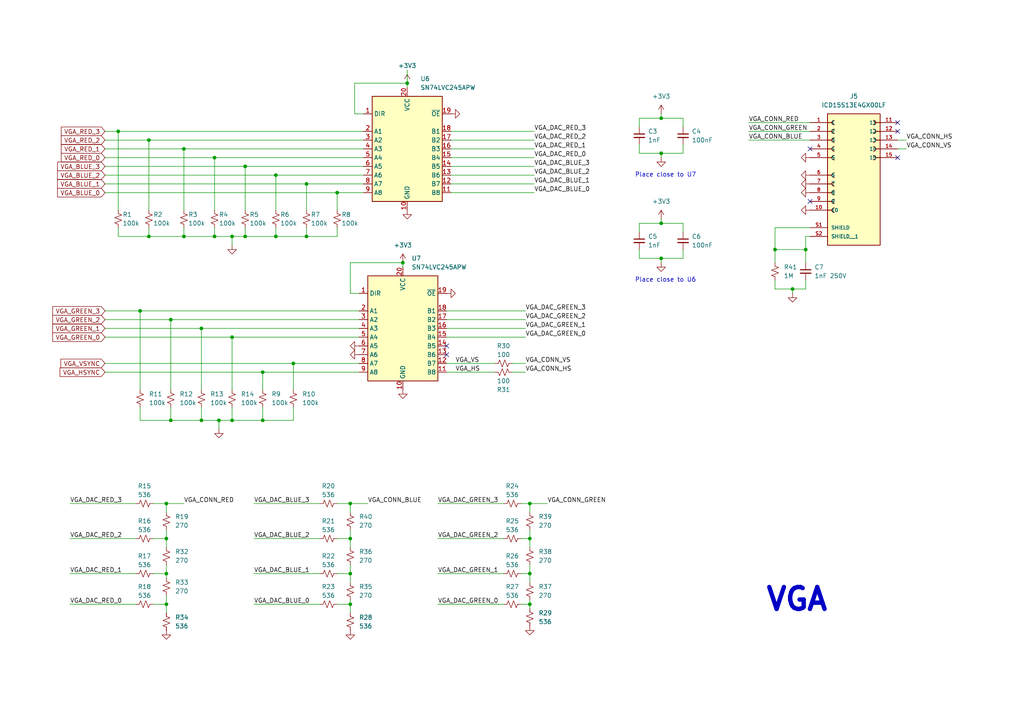
<source format=kicad_sch>
(kicad_sch (version 20231120) (generator "eeschema") (generator_version "8.0")
  (paper "A4")
  (junction (at 88.9 53.34))
  (junction (at 62.23 45.72))
  (junction (at 101.6 166.37))
  (junction (at 116.84 76.2))
  (junction (at 224.79 72.39))
  (junction (at 233.68 72.39))
  (junction (at 43.18 68.58))
  (junction (at 71.12 48.26))
  (junction (at 49.53 121.92))
  (junction (at 34.29 38.1))
  (junction (at 191.77 44.45))
  (junction (at 76.2 121.92))
  (junction (at 80.01 68.58))
  (junction (at 67.31 121.92))
  (junction (at 101.6 156.21))
  (junction (at 62.23 68.58))
  (junction (at 43.18 40.64))
  (junction (at 67.31 97.79))
  (junction (at 97.79 55.88))
  (junction (at 49.53 92.71))
  (junction (at 118.11 24.13))
  (junction (at 53.34 43.18))
  (junction (at 53.34 68.58))
  (junction (at 48.26 175.26))
  (junction (at 101.6 146.05))
  (junction (at 48.26 146.05))
  (junction (at 85.09 105.41))
  (junction (at 153.67 156.21))
  (junction (at 48.26 166.37))
  (junction (at 191.77 74.93))
  (junction (at 101.6 175.26))
  (junction (at 40.64 90.17))
  (junction (at 153.67 146.05))
  (junction (at 80.01 50.8))
  (junction (at 58.42 121.92))
  (junction (at 48.26 156.21))
  (junction (at 153.67 175.26))
  (junction (at 191.77 34.29))
  (junction (at 58.42 95.25))
  (junction (at 229.87 83.82))
  (junction (at 76.2 107.95))
  (junction (at 153.67 166.37))
  (junction (at 191.77 64.77))
  (junction (at 71.12 68.58))
  (junction (at 88.9 68.58))
  (junction (at 63.5 121.92))
  (junction (at 67.31 68.58))
  (no_connect (at 260.35 45.72))
  (no_connect (at 260.35 35.56))
  (no_connect (at 234.95 43.18))
  (no_connect (at 129.54 102.87))
  (no_connect (at 129.54 100.33))
  (no_connect (at 234.95 58.42))
  (no_connect (at 260.35 38.1))
  (wire (pts (xy 129.54 107.95) (xy 143.51 107.95)))
  (wire (pts (xy 49.53 118.11) (xy 49.53 121.92)))
  (wire (pts (xy 43.18 68.58) (xy 53.34 68.58)))
  (wire (pts (xy 63.5 121.92) (xy 67.31 121.92)))
  (wire (pts (xy 71.12 68.58) (xy 80.01 68.58)))
  (wire (pts (xy 85.09 121.92) (xy 85.09 118.11)))
  (wire (pts (xy 101.6 76.2) (xy 116.84 76.2)))
  (wire (pts (xy 154.94 45.72) (xy 130.81 45.72)))
  (wire (pts (xy 80.01 66.04) (xy 80.01 68.58)))
  (wire (pts (xy 154.94 53.34) (xy 130.81 53.34)))
  (wire (pts (xy 185.42 74.93) (xy 191.77 74.93)))
  (wire (pts (xy 67.31 118.11) (xy 67.31 121.92)))
  (wire (pts (xy 20.32 175.26) (xy 39.37 175.26)))
  (wire (pts (xy 30.48 92.71) (xy 49.53 92.71)))
  (wire (pts (xy 30.48 38.1) (xy 34.29 38.1)))
  (wire (pts (xy 154.94 38.1) (xy 130.81 38.1)))
  (wire (pts (xy 76.2 121.92) (xy 76.2 118.11)))
  (wire (pts (xy 185.42 34.29) (xy 185.42 36.83)))
  (wire (pts (xy 224.79 66.04) (xy 224.79 72.39)))
  (wire (pts (xy 73.66 156.21) (xy 92.71 156.21)))
  (wire (pts (xy 48.26 146.05) (xy 48.26 148.59)))
  (wire (pts (xy 217.17 35.56) (xy 234.95 35.56)))
  (wire (pts (xy 102.87 24.13) (xy 118.11 24.13)))
  (wire (pts (xy 44.45 166.37) (xy 48.26 166.37)))
  (wire (pts (xy 262.89 40.64) (xy 260.35 40.64)))
  (wire (pts (xy 191.77 64.77) (xy 198.12 64.77)))
  (wire (pts (xy 127 175.26) (xy 146.05 175.26)))
  (wire (pts (xy 152.4 90.17) (xy 129.54 90.17)))
  (wire (pts (xy 234.95 66.04) (xy 224.79 66.04)))
  (wire (pts (xy 233.68 83.82) (xy 233.68 81.28)))
  (wire (pts (xy 63.5 124.46) (xy 63.5 121.92)))
  (wire (pts (xy 153.67 153.67) (xy 153.67 156.21)))
  (wire (pts (xy 152.4 105.41) (xy 148.59 105.41)))
  (wire (pts (xy 49.53 92.71) (xy 49.53 113.03)))
  (wire (pts (xy 153.67 163.83) (xy 153.67 166.37)))
  (wire (pts (xy 262.89 43.18) (xy 260.35 43.18)))
  (wire (pts (xy 67.31 97.79) (xy 104.14 97.79)))
  (wire (pts (xy 198.12 44.45) (xy 198.12 41.91)))
  (wire (pts (xy 130.81 40.64) (xy 154.94 40.64)))
  (wire (pts (xy 30.48 105.41) (xy 85.09 105.41)))
  (wire (pts (xy 80.01 50.8) (xy 105.41 50.8)))
  (wire (pts (xy 152.4 95.25) (xy 129.54 95.25)))
  (wire (pts (xy 217.17 40.64) (xy 234.95 40.64)))
  (wire (pts (xy 97.79 55.88) (xy 97.79 60.96)))
  (wire (pts (xy 191.77 34.29) (xy 198.12 34.29)))
  (wire (pts (xy 53.34 66.04) (xy 53.34 68.58)))
  (wire (pts (xy 76.2 107.95) (xy 104.14 107.95)))
  (wire (pts (xy 53.34 43.18) (xy 105.41 43.18)))
  (wire (pts (xy 152.4 97.79) (xy 129.54 97.79)))
  (wire (pts (xy 73.66 146.05) (xy 92.71 146.05)))
  (wire (pts (xy 153.67 175.26) (xy 153.67 173.99)))
  (wire (pts (xy 224.79 81.28) (xy 224.79 83.82)))
  (wire (pts (xy 85.09 105.41) (xy 85.09 113.03)))
  (wire (pts (xy 191.77 33.02) (xy 191.77 34.29)))
  (wire (pts (xy 58.42 95.25) (xy 58.42 113.03)))
  (wire (pts (xy 34.29 38.1) (xy 34.29 60.96)))
  (wire (pts (xy 151.13 156.21) (xy 153.67 156.21)))
  (wire (pts (xy 153.67 146.05) (xy 153.67 148.59)))
  (wire (pts (xy 80.01 68.58) (xy 88.9 68.58)))
  (wire (pts (xy 88.9 68.58) (xy 97.79 68.58)))
  (wire (pts (xy 101.6 156.21) (xy 101.6 158.75)))
  (wire (pts (xy 62.23 45.72) (xy 105.41 45.72)))
  (wire (pts (xy 229.87 85.09) (xy 229.87 83.82)))
  (wire (pts (xy 43.18 40.64) (xy 105.41 40.64)))
  (wire (pts (xy 40.64 118.11) (xy 40.64 121.92)))
  (wire (pts (xy 229.87 83.82) (xy 224.79 83.82)))
  (wire (pts (xy 185.42 44.45) (xy 185.42 41.91)))
  (wire (pts (xy 30.48 55.88) (xy 97.79 55.88)))
  (wire (pts (xy 30.48 43.18) (xy 53.34 43.18)))
  (wire (pts (xy 198.12 34.29) (xy 198.12 36.83)))
  (wire (pts (xy 153.67 168.91) (xy 153.67 166.37)))
  (wire (pts (xy 101.6 166.37) (xy 101.6 168.91)))
  (wire (pts (xy 44.45 175.26) (xy 48.26 175.26)))
  (wire (pts (xy 118.11 24.13) (xy 118.11 20.32)))
  (wire (pts (xy 153.67 175.26) (xy 153.67 176.53)))
  (wire (pts (xy 97.79 55.88) (xy 105.41 55.88)))
  (wire (pts (xy 198.12 64.77) (xy 198.12 67.31)))
  (wire (pts (xy 185.42 74.93) (xy 185.42 72.39)))
  (wire (pts (xy 191.77 63.5) (xy 191.77 64.77)))
  (wire (pts (xy 67.31 68.58) (xy 71.12 68.58)))
  (wire (pts (xy 97.79 146.05) (xy 101.6 146.05)))
  (wire (pts (xy 73.66 166.37) (xy 92.71 166.37)))
  (wire (pts (xy 151.13 166.37) (xy 153.67 166.37)))
  (wire (pts (xy 102.87 33.02) (xy 102.87 24.13)))
  (wire (pts (xy 30.48 95.25) (xy 58.42 95.25)))
  (wire (pts (xy 30.48 53.34) (xy 88.9 53.34)))
  (wire (pts (xy 118.11 24.13) (xy 118.11 25.4)))
  (wire (pts (xy 49.53 92.71) (xy 104.14 92.71)))
  (wire (pts (xy 30.48 40.64) (xy 43.18 40.64)))
  (wire (pts (xy 101.6 166.37) (xy 101.6 163.83)))
  (wire (pts (xy 106.68 146.05) (xy 101.6 146.05)))
  (wire (pts (xy 153.67 156.21) (xy 153.67 158.75)))
  (wire (pts (xy 73.66 175.26) (xy 92.71 175.26)))
  (wire (pts (xy 116.84 76.2) (xy 116.84 77.47)))
  (wire (pts (xy 185.42 44.45) (xy 191.77 44.45)))
  (wire (pts (xy 191.77 44.45) (xy 198.12 44.45)))
  (wire (pts (xy 67.31 97.79) (xy 67.31 113.03)))
  (wire (pts (xy 127 166.37) (xy 146.05 166.37)))
  (wire (pts (xy 53.34 68.58) (xy 62.23 68.58)))
  (wire (pts (xy 20.32 166.37) (xy 39.37 166.37)))
  (wire (pts (xy 40.64 90.17) (xy 104.14 90.17)))
  (wire (pts (xy 185.42 34.29) (xy 191.77 34.29)))
  (wire (pts (xy 154.94 50.8) (xy 130.81 50.8)))
  (wire (pts (xy 233.68 68.58) (xy 233.68 72.39)))
  (wire (pts (xy 30.48 97.79) (xy 67.31 97.79)))
  (wire (pts (xy 76.2 107.95) (xy 76.2 113.03)))
  (wire (pts (xy 34.29 68.58) (xy 43.18 68.58)))
  (wire (pts (xy 154.94 55.88) (xy 130.81 55.88)))
  (wire (pts (xy 71.12 66.04) (xy 71.12 68.58)))
  (wire (pts (xy 101.6 175.26) (xy 101.6 173.99)))
  (wire (pts (xy 53.34 43.18) (xy 53.34 60.96)))
  (wire (pts (xy 20.32 146.05) (xy 39.37 146.05)))
  (wire (pts (xy 30.48 90.17) (xy 40.64 90.17)))
  (wire (pts (xy 30.48 50.8) (xy 80.01 50.8)))
  (wire (pts (xy 101.6 146.05) (xy 101.6 148.59)))
  (wire (pts (xy 71.12 48.26) (xy 105.41 48.26)))
  (wire (pts (xy 88.9 53.34) (xy 88.9 60.96)))
  (wire (pts (xy 43.18 66.04) (xy 43.18 68.58)))
  (wire (pts (xy 97.79 175.26) (xy 101.6 175.26)))
  (wire (pts (xy 58.42 95.25) (xy 104.14 95.25)))
  (wire (pts (xy 224.79 76.2) (xy 224.79 72.39)))
  (wire (pts (xy 30.48 107.95) (xy 76.2 107.95)))
  (wire (pts (xy 233.68 72.39) (xy 233.68 76.2)))
  (wire (pts (xy 151.13 146.05) (xy 153.67 146.05)))
  (wire (pts (xy 40.64 121.92) (xy 49.53 121.92)))
  (wire (pts (xy 97.79 166.37) (xy 101.6 166.37)))
  (wire (pts (xy 154.94 48.26) (xy 130.81 48.26)))
  (wire (pts (xy 151.13 175.26) (xy 153.67 175.26)))
  (wire (pts (xy 40.64 90.17) (xy 40.64 113.03)))
  (wire (pts (xy 154.94 43.18) (xy 130.81 43.18)))
  (wire (pts (xy 88.9 66.04) (xy 88.9 68.58)))
  (wire (pts (xy 88.9 53.34) (xy 105.41 53.34)))
  (wire (pts (xy 48.26 172.72) (xy 48.26 175.26)))
  (wire (pts (xy 127 146.05) (xy 146.05 146.05)))
  (wire (pts (xy 191.77 45.72) (xy 191.77 44.45)))
  (wire (pts (xy 43.18 40.64) (xy 43.18 60.96)))
  (wire (pts (xy 20.32 156.21) (xy 39.37 156.21)))
  (wire (pts (xy 152.4 92.71) (xy 129.54 92.71)))
  (wire (pts (xy 58.42 121.92) (xy 63.5 121.92)))
  (wire (pts (xy 80.01 50.8) (xy 80.01 60.96)))
  (wire (pts (xy 233.68 68.58) (xy 234.95 68.58)))
  (wire (pts (xy 101.6 156.21) (xy 101.6 153.67)))
  (wire (pts (xy 101.6 175.26) (xy 101.6 177.8)))
  (wire (pts (xy 85.09 105.41) (xy 104.14 105.41)))
  (wire (pts (xy 48.26 163.83) (xy 48.26 166.37)))
  (wire (pts (xy 76.2 121.92) (xy 85.09 121.92)))
  (wire (pts (xy 101.6 85.09) (xy 101.6 76.2)))
  (wire (pts (xy 217.17 38.1) (xy 234.95 38.1)))
  (wire (pts (xy 67.31 121.92) (xy 76.2 121.92)))
  (wire (pts (xy 49.53 121.92) (xy 58.42 121.92)))
  (wire (pts (xy 191.77 74.93) (xy 198.12 74.93)))
  (wire (pts (xy 44.45 146.05) (xy 48.26 146.05)))
  (wire (pts (xy 48.26 156.21) (xy 48.26 158.75)))
  (wire (pts (xy 224.79 72.39) (xy 233.68 72.39)))
  (wire (pts (xy 48.26 175.26) (xy 48.26 177.8)))
  (wire (pts (xy 62.23 45.72) (xy 62.23 60.96)))
  (wire (pts (xy 104.14 85.09) (xy 101.6 85.09)))
  (wire (pts (xy 97.79 156.21) (xy 101.6 156.21)))
  (wire (pts (xy 62.23 68.58) (xy 67.31 68.58)))
  (wire (pts (xy 48.26 146.05) (xy 53.34 146.05)))
  (wire (pts (xy 48.26 167.64) (xy 48.26 166.37)))
  (wire (pts (xy 198.12 74.93) (xy 198.12 72.39)))
  (wire (pts (xy 127 156.21) (xy 146.05 156.21)))
  (wire (pts (xy 148.59 107.95) (xy 152.4 107.95)))
  (wire (pts (xy 229.87 83.82) (xy 233.68 83.82)))
  (wire (pts (xy 34.29 38.1) (xy 105.41 38.1)))
  (wire (pts (xy 58.42 118.11) (xy 58.42 121.92)))
  (wire (pts (xy 30.48 45.72) (xy 62.23 45.72)))
  (wire (pts (xy 191.77 76.2) (xy 191.77 74.93)))
  (wire (pts (xy 105.41 33.02) (xy 102.87 33.02)))
  (wire (pts (xy 129.54 105.41) (xy 143.51 105.41)))
  (wire (pts (xy 191.77 64.77) (xy 185.42 64.77)))
  (wire (pts (xy 62.23 66.04) (xy 62.23 68.58)))
  (wire (pts (xy 44.45 156.21) (xy 48.26 156.21)))
  (wire (pts (xy 48.26 153.67) (xy 48.26 156.21)))
  (wire (pts (xy 30.48 48.26) (xy 71.12 48.26)))
  (wire (pts (xy 71.12 48.26) (xy 71.12 60.96)))
  (wire (pts (xy 97.79 68.58) (xy 97.79 66.04)))
  (wire (pts (xy 67.31 68.58) (xy 67.31 71.12)))
  (wire (pts (xy 34.29 66.04) (xy 34.29 68.58)))
  (wire (pts (xy 153.67 146.05) (xy 158.75 146.05)))
  (wire (pts (xy 185.42 64.77) (xy 185.42 67.31)))
  (text "Place close to U6" (at 193.04 81.28 0) (effects (font (size 1.27 1.27))))
  (text "Place close to U7" (at 193.04 50.8 0) (effects (font (size 1.27 1.27))))
  (text "VGA" (at 231.14 173.99 0) (effects (font (size 6.35 6.35) (bold yes))))
  (label "VGA_CONN_HS" (at 262.89 40.64 0))
  (label "VGA_DAC_GREEN_3" (at 127 146.05 0))
  (label "VGA_DAC_BLUE_2" (at 73.66 156.21 0))
  (label "VGA_VS" (at 132.08 105.41 0))
  (label "VGA_DAC_RED_1" (at 154.94 43.18 0))
  (label "VGA_DAC_BLUE_1" (at 154.94 53.34 0))
  (label "VGA_DAC_BLUE_1" (at 73.66 166.37 0))
  (label "VGA_DAC_RED_3" (at 154.94 38.1 0))
  (label "VGA_DAC_BLUE_0" (at 73.66 175.26 0))
  (label "VGA_DAC_RED_0" (at 154.94 45.72 0))
  (label "VGA_DAC_BLUE_3" (at 73.66 146.05 0))
  (label "VGA_DAC_BLUE_0" (at 154.94 55.88 0))
  (label "VGA_CONN_GREEN" (at 217.17 38.1 0))
  (label "VGA_DAC_RED_3" (at 20.32 146.05 0))
  (label "VGA_DAC_GREEN_1" (at 127 166.37 0))
  (label "VGA_DAC_RED_0" (at 20.32 175.26 0))
  (label "VGA_CONN_RED" (at 217.17 35.56 0))
  (label "VGA_DAC_GREEN_0" (at 127 175.26 0))
  (label "VGA_DAC_GREEN_0" (at 152.4 97.79 0))
  (label "VGA_DAC_RED_2" (at 20.32 156.21 0))
  (label "VGA_DAC_RED_2" (at 154.94 40.64 0))
  (label "VGA_DAC_RED_1" (at 20.32 166.37 0))
  (label "VGA_CONN_VS" (at 262.89 43.18 0))
  (label "VGA_DAC_GREEN_2" (at 152.4 92.71 0))
  (label "VGA_HS" (at 132.08 107.95 0))
  (label "VGA_CONN_BLUE" (at 217.17 40.64 0))
  (label "VGA_DAC_GREEN_3" (at 152.4 90.17 0))
  (label "VGA_CONN_RED" (at 53.34 146.05 0))
  (label "VGA_DAC_BLUE_2" (at 154.94 50.8 0))
  (label "VGA_CONN_HS" (at 152.4 107.95 0))
  (label "VGA_DAC_BLUE_3" (at 154.94 48.26 0))
  (label "VGA_DAC_GREEN_1" (at 152.4 95.25 0))
  (label "VGA_DAC_GREEN_2" (at 127 156.21 0))
  (label "VGA_CONN_VS" (at 152.4 105.41 0))
  (label "VGA_CONN_BLUE" (at 106.68 146.05 0))
  (label "VGA_CONN_GREEN" (at 158.75 146.05 0))
  (global_label "VGA_GREEN_2" (shape input) (at 30.48 92.71 180) (property "Intersheetrefs" "${INTERSHEET_REFS}" (effects (hide yes))))
  (global_label "VGA_RED_0" (shape input) (at 30.48 45.72 180) (property "Intersheetrefs" "${INTERSHEET_REFS}" (effects (hide yes))))
  (global_label "VGA_RED_1" (shape input) (at 30.48 43.18 180) (property "Intersheetrefs" "${INTERSHEET_REFS}" (effects (hide yes))))
  (global_label "VGA_VSYNC" (shape input) (at 30.48 105.41 180) (property "Intersheetrefs" "${INTERSHEET_REFS}" (effects (hide yes))))
  (global_label "VGA_BLUE_1" (shape input) (at 30.48 53.34 180) (property "Intersheetrefs" "${INTERSHEET_REFS}" (effects (hide yes))))
  (global_label "VGA_BLUE_0" (shape input) (at 30.48 55.88 180) (property "Intersheetrefs" "${INTERSHEET_REFS}" (effects (hide yes))))
  (global_label "VGA_BLUE_3" (shape input) (at 30.48 48.26 180) (property "Intersheetrefs" "${INTERSHEET_REFS}" (effects (hide yes))))
  (global_label "VGA_RED_3" (shape input) (at 30.48 38.1 180) (property "Intersheetrefs" "${INTERSHEET_REFS}" (effects (hide yes))))
  (global_label "VGA_GREEN_3" (shape input) (at 30.48 90.17 180) (property "Intersheetrefs" "${INTERSHEET_REFS}" (effects (hide yes))))
  (global_label "VGA_BLUE_2" (shape input) (at 30.48 50.8 180) (property "Intersheetrefs" "${INTERSHEET_REFS}" (effects (hide yes))))
  (global_label "VGA_GREEN_1" (shape input) (at 30.48 95.25 180) (property "Intersheetrefs" "${INTERSHEET_REFS}" (effects (hide yes))))
  (global_label "VGA_HSYNC" (shape input) (at 30.48 107.95 180) (property "Intersheetrefs" "${INTERSHEET_REFS}" (effects (hide yes))))
  (global_label "VGA_GREEN_0" (shape input) (at 30.48 97.79 180) (property "Intersheetrefs" "${INTERSHEET_REFS}" (effects (hide yes))))
  (global_label "VGA_RED_2" (shape input) (at 30.48 40.64 180) (property "Intersheetrefs" "${INTERSHEET_REFS}" (effects (hide yes))))
  (symbol (lib_id "Device:R_Small_US") (at 71.12 63.5 0) (unit 1)
    (property "Reference" "R5" (at 72.39 62.23 0) (effects (justify left)))
    (property "Value" "100k" (at 72.39 64.77 0) (effects (justify left)))
    (property "Footprint" "PCM_Resistor_SMD_AKL:R_0805_2012Metric_Pad1.15x1.40mm" (effects (hide yes)))
    (property "Datasheet" "https://www.yageo.com/upload/media/product/products/datasheet/rchip/PYu-RC_Group_51_RoHS_L_12.pdf" (effects (hide yes)))
    (property "Description" "Resistor, small US symbol" (effects (hide yes)))
    (property "Mfgr" "YAGEO" (effects (hide yes)))
    (property "MPN" "RC0805FR-07100KL" (effects (hide yes)))
    (property "Digikey" "https://www.digikey.com/en/products/detail/yageo/RC0805FR-07100KL/727544" (effects (hide yes)))
  )
  (symbol (lib_id "power:GND") (at 104.14 100.33 270) (unit 1)
    (property "Reference" "#PWR088" (effects (hide yes)))
    (property "Value" "GND" (effects (hide yes)))
    (property "Description" "Power symbol creates a global label with name \"GND\" , ground" (effects (hide yes)))
  )
  (symbol (lib_id "power:GND") (at 191.77 45.72 0) (unit 1)
    (property "Reference" "#PWR099" (effects (hide yes)))
    (property "Value" "GND" (effects (hide yes)))
    (property "Description" "Power symbol creates a global label with name \"GND\" , ground" (effects (hide yes)))
  )
  (symbol (lib_id "Device:R_Small_US") (at 148.59 146.05 90) (unit 1)
    (property "Reference" "R24" (at 148.59 140.97 90))
    (property "Value" "536" (at 148.59 143.51 90))
    (property "Footprint" "PCM_Resistor_SMD_AKL:R_0805_2012Metric_Pad1.15x1.40mm" (effects (hide yes)))
    (property "Datasheet" "https://www.yageo.com/upload/media/product/products/datasheet/rchip/PYu-RC_Group_51_RoHS_L_12.pdf" (effects (hide yes)))
    (property "Description" "Resistor, small US symbol" (effects (hide yes)))
    (property "Mfgr" "YAGEO" (effects (hide yes)))
    (property "MPN" "RC0805FR-07536RL" (effects (hide yes)))
    (property "Digikey" "https://www.digikey.com/en/products/detail/yageo/rc0805fr-07536rl/728026" (effects (hide yes)))
  )
  (symbol (lib_id "power:GND") (at 191.77 76.2 0) (unit 1)
    (property "Reference" "#PWR096" (effects (hide yes)))
    (property "Value" "GND" (effects (hide yes)))
    (property "Description" "Power symbol creates a global label with name \"GND\" , ground" (effects (hide yes)))
  )
  (symbol (lib_id "Device:R_Small_US") (at 101.6 161.29 0) (unit 1)
    (property "Reference" "R36" (at 104.14 160.0199 0) (effects (justify left)))
    (property "Value" "270" (at 104.14 162.5599 0) (effects (justify left)))
    (property "Footprint" "PCM_Resistor_SMD_AKL:R_0805_2012Metric_Pad1.15x1.40mm" (effects (hide yes)))
    (property "Datasheet" "https://www.yageo.com/upload/media/product/products/datasheet/rchip/PYu-RC_Group_51_RoHS_L_12.pdf" (effects (hide yes)))
    (property "Description" "Resistor, small US symbol" (effects (hide yes)))
    (property "Mfgr" "YAGEO" (effects (hide yes)))
    (property "MPN" "RC0805FR-07270RL" (effects (hide yes)))
    (property "Digikey" "https://www.digikey.com/en/products/detail/yageo/rc0805fr-07270rl/727783" (effects (hide yes)))
  )
  (symbol (lib_id "Device:R_Small_US") (at 48.26 170.18 0) (unit 1)
    (property "Reference" "R33" (at 50.8 168.9099 0) (effects (justify left)))
    (property "Value" "270" (at 50.8 171.4499 0) (effects (justify left)))
    (property "Footprint" "PCM_Resistor_SMD_AKL:R_0805_2012Metric_Pad1.15x1.40mm" (effects (hide yes)))
    (property "Datasheet" "https://www.yageo.com/upload/media/product/products/datasheet/rchip/PYu-RC_Group_51_RoHS_L_12.pdf" (effects (hide yes)))
    (property "Description" "Resistor, small US symbol" (effects (hide yes)))
    (property "Mfgr" "YAGEO" (effects (hide yes)))
    (property "MPN" "RC0805FR-07270RL" (effects (hide yes)))
    (property "Digikey" "https://www.digikey.com/en/products/detail/yageo/rc0805fr-07270rl/727783" (effects (hide yes)))
  )
  (symbol (lib_id "power:GND") (at 234.95 45.72 270) (unit 1)
    (property "Reference" "#PWR0106" (effects (hide yes)))
    (property "Value" "GND" (effects (hide yes)))
    (property "Description" "Power symbol creates a global label with name \"GND\" , ground" (effects (hide yes)))
  )
  (symbol (lib_id "power:GND") (at 116.84 113.03 0) (unit 1)
    (property "Reference" "#PWR090" (effects (hide yes)))
    (property "Value" "GND" (effects (hide yes)))
    (property "Description" "Power symbol creates a global label with name \"GND\" , ground" (effects (hide yes)))
  )
  (symbol (lib_id "Device:R_Small_US") (at 43.18 63.5 0) (unit 1)
    (property "Reference" "R2" (at 44.45 62.23 0) (effects (justify left)))
    (property "Value" "100k" (at 44.45 64.77 0) (effects (justify left)))
    (property "Footprint" "PCM_Resistor_SMD_AKL:R_0805_2012Metric_Pad1.15x1.40mm" (effects (hide yes)))
    (property "Datasheet" "https://www.yageo.com/upload/media/product/products/datasheet/rchip/PYu-RC_Group_51_RoHS_L_12.pdf" (effects (hide yes)))
    (property "Description" "Resistor, small US symbol" (effects (hide yes)))
    (property "Mfgr" "YAGEO" (effects (hide yes)))
    (property "MPN" "RC0805FR-07100KL" (effects (hide yes)))
    (property "Digikey" "https://www.digikey.com/en/products/detail/yageo/RC0805FR-07100KL/727544" (effects (hide yes)))
  )
  (symbol (lib_id "Device:R_Small_US") (at 67.31 115.57 0) (unit 1)
    (property "Reference" "R14" (at 69.85 114.2999 0) (effects (justify left)))
    (property "Value" "100k" (at 69.85 116.8399 0) (effects (justify left)))
    (property "Footprint" "PCM_Resistor_SMD_AKL:R_0805_2012Metric_Pad1.15x1.40mm" (effects (hide yes)))
    (property "Datasheet" "https://www.yageo.com/upload/media/product/products/datasheet/rchip/PYu-RC_Group_51_RoHS_L_12.pdf" (effects (hide yes)))
    (property "Description" "Resistor, small US symbol" (effects (hide yes)))
    (property "Mfgr" "YAGEO" (effects (hide yes)))
    (property "MPN" "RC0805FR-07100KL" (effects (hide yes)))
    (property "Digikey" "https://www.digikey.com/en/products/detail/yageo/RC0805FR-07100KL/727544" (effects (hide yes)))
  )
  (symbol (lib_id "Device:R_Small_US") (at 95.25 146.05 90) (unit 1)
    (property "Reference" "R20" (at 95.25 140.97 90))
    (property "Value" "536" (at 95.25 143.51 90))
    (property "Footprint" "PCM_Resistor_SMD_AKL:R_0805_2012Metric_Pad1.15x1.40mm" (effects (hide yes)))
    (property "Datasheet" "https://www.yageo.com/upload/media/product/products/datasheet/rchip/PYu-RC_Group_51_RoHS_L_12.pdf" (effects (hide yes)))
    (property "Description" "Resistor, small US symbol" (effects (hide yes)))
    (property "Mfgr" "YAGEO" (effects (hide yes)))
    (property "MPN" "RC0805FR-07536RL" (effects (hide yes)))
    (property "Digikey" "https://www.digikey.com/en/products/detail/yageo/rc0805fr-07536rl/728026" (effects (hide yes)))
  )
  (symbol (lib_id "Logic_LevelTranslator:SN74LVC245APW") (at 116.84 95.25 0) (unit 1)
    (property "Reference" "U7" (at 119.38 74.93 0) (effects (justify left)))
    (property "Value" "SN74LVC245APW" (at 119.38 77.47 0) (effects (justify left)))
    (property "Footprint" "Package_SO:TSSOP-20_4.4x6.5mm_P0.65mm" (effects (hide yes)))
    (property "Datasheet" "https://www.ti.com/lit/ds/scas218x/scas218x.pdf" (effects (hide yes)))
    (property "Description" "8-Bit Single-Supply Bus Transceiver With 5V tolerant input voltage and 3-State Outputs 24mA, TSSOP-20" (effects (hide yes)))
  )
  (symbol (lib_id "power:GND") (at 129.54 85.09 90) (unit 1)
    (property "Reference" "#PWR0103" (effects (hide yes)))
    (property "Value" "GND" (effects (hide yes)))
    (property "Description" "Power symbol creates a global label with name \"GND\" , ground" (effects (hide yes)))
  )
  (symbol (lib_id "Device:R_Small_US") (at 153.67 171.45 0) (unit 1)
    (property "Reference" "R37" (at 156.21 170.1799 0) (effects (justify left)))
    (property "Value" "270" (at 156.21 172.7199 0) (effects (justify left)))
    (property "Footprint" "PCM_Resistor_SMD_AKL:R_0805_2012Metric_Pad1.15x1.40mm" (effects (hide yes)))
    (property "Datasheet" "https://www.yageo.com/upload/media/product/products/datasheet/rchip/PYu-RC_Group_51_RoHS_L_12.pdf" (effects (hide yes)))
    (property "Description" "Resistor, small US symbol" (effects (hide yes)))
    (property "Mfgr" "YAGEO" (effects (hide yes)))
    (property "MPN" "RC0805FR-07270RL" (effects (hide yes)))
    (property "Digikey" "https://www.digikey.com/en/products/detail/yageo/rc0805fr-07270rl/727783" (effects (hide yes)))
  )
  (symbol (lib_id "Device:R_Small_US") (at 224.79 78.74 0) (unit 1)
    (property "Reference" "R41" (at 227.33 77.4699 0) (effects (justify left)))
    (property "Value" "1M" (at 227.33 80.0099 0) (effects (justify left)))
    (property "Footprint" "PCM_Resistor_SMD_AKL:R_0805_2012Metric_Pad1.15x1.40mm" (effects (hide yes)))
    (property "Datasheet" "https://www.yageo.com/upload/media/product/products/datasheet/rchip/PYu-RC_Group_51_RoHS_L_12.pdf" (effects (hide yes)))
    (property "Description" "Resistor, small US symbol" (effects (hide yes)))
    (property "Mfgr" "YAGEO" (effects (hide yes)))
    (property "MPN" "RC0805FR-071ML" (effects (hide yes)))
    (property "Digikey" "https://www.digikey.com/en/products/detail/yageo/rc0805fr-071ml/727445" (effects (hide yes)))
  )
  (symbol (lib_id "Device:R_Small_US") (at 146.05 107.95 90) (mirror x) (unit 1)
    (property "Reference" "R31" (at 146.05 113.03 90))
    (property "Value" "100" (at 146.05 110.49 90))
    (property "Footprint" "PCM_Resistor_SMD_AKL:R_0805_2012Metric_Pad1.15x1.40mm" (effects (hide yes)))
    (property "Datasheet" "https://www.yageo.com/upload/media/product/products/datasheet/rchip/PYu-RC_Group_51_RoHS_L_12.pdf" (effects (hide yes)))
    (property "Description" "Resistor, small US symbol" (effects (hide yes)))
    (property "Mfgr" "YAGEO" (effects (hide yes)))
    (property "MPN" "RC0805FR-07100RL" (effects (hide yes)))
    (property "Digikey" "https://www.digikey.com/en/products/detail/yageo/RC0805FR-07100RL/727543" (effects (hide yes)))
  )
  (symbol (lib_id "power:GND") (at 234.95 50.8 270) (unit 1)
    (property "Reference" "#PWR0107" (effects (hide yes)))
    (property "Value" "GND" (effects (hide yes)))
    (property "Description" "Power symbol creates a global label with name \"GND\" , ground" (effects (hide yes)))
  )
  (symbol (lib_id "power:GND") (at 234.95 60.96 270) (unit 1)
    (property "Reference" "#PWR0110" (effects (hide yes)))
    (property "Value" "GND" (effects (hide yes)))
    (property "Description" "Power symbol creates a global label with name \"GND\" , ground" (effects (hide yes)))
  )
  (symbol (lib_id "Device:R_Small_US") (at 146.05 105.41 270) (unit 1)
    (property "Reference" "R30" (at 146.05 100.33 90))
    (property "Value" "100" (at 146.05 102.87 90))
    (property "Footprint" "PCM_Resistor_SMD_AKL:R_0805_2012Metric_Pad1.15x1.40mm" (effects (hide yes)))
    (property "Datasheet" "https://www.yageo.com/upload/media/product/products/datasheet/rchip/PYu-RC_Group_51_RoHS_L_12.pdf" (effects (hide yes)))
    (property "Description" "Resistor, small US symbol" (effects (hide yes)))
    (property "Mfgr" "YAGEO" (effects (hide yes)))
    (property "MPN" "RC0805FR-07100RL" (effects (hide yes)))
    (property "Digikey" "https://www.digikey.com/en/products/detail/yageo/RC0805FR-07100RL/727543" (effects (hide yes)))
  )
  (symbol (lib_id "Device:R_Small_US") (at 148.59 166.37 90) (unit 1)
    (property "Reference" "R26" (at 148.59 161.29 90))
    (property "Value" "536" (at 148.59 163.83 90))
    (property "Footprint" "PCM_Resistor_SMD_AKL:R_0805_2012Metric_Pad1.15x1.40mm" (effects (hide yes)))
    (property "Datasheet" "https://www.yageo.com/upload/media/product/products/datasheet/rchip/PYu-RC_Group_51_RoHS_L_12.pdf" (effects (hide yes)))
    (property "Description" "Resistor, small US symbol" (effects (hide yes)))
    (property "Mfgr" "YAGEO" (effects (hide yes)))
    (property "MPN" "RC0805FR-07536RL" (effects (hide yes)))
    (property "Digikey" "https://www.digikey.com/en/products/detail/yageo/rc0805fr-07536rl/728026" (effects (hide yes)))
  )
  (symbol (lib_id "Device:R_Small_US") (at 95.25 166.37 90) (unit 1)
    (property "Reference" "R22" (at 95.25 161.29 90))
    (property "Value" "536" (at 95.25 163.83 90))
    (property "Footprint" "PCM_Resistor_SMD_AKL:R_0805_2012Metric_Pad1.15x1.40mm" (effects (hide yes)))
    (property "Datasheet" "https://www.yageo.com/upload/media/product/products/datasheet/rchip/PYu-RC_Group_51_RoHS_L_12.pdf" (effects (hide yes)))
    (property "Description" "Resistor, small US symbol" (effects (hide yes)))
    (property "Mfgr" "YAGEO" (effects (hide yes)))
    (property "MPN" "RC0805FR-07536RL" (effects (hide yes)))
    (property "Digikey" "https://www.digikey.com/en/products/detail/yageo/rc0805fr-07536rl/728026" (effects (hide yes)))
  )
  (symbol (lib_id "power:+3V3") (at 191.77 63.5 0) (unit 1)
    (property "Reference" "#PWR097" (effects (hide yes)))
    (property "Value" "+3V3" (at 191.77 58.42 0))
    (property "Description" "Power symbol creates a global label with name \"+3V3\"" (effects (hide yes)))
  )
  (symbol (lib_id "power:GND") (at 234.95 53.34 270) (unit 1)
    (property "Reference" "#PWR0108" (effects (hide yes)))
    (property "Value" "GND" (effects (hide yes)))
    (property "Description" "Power symbol creates a global label with name \"GND\" , ground" (effects (hide yes)))
  )
  (symbol (lib_id "power:+3V3") (at 191.77 33.02 0) (unit 1)
    (property "Reference" "#PWR0101" (effects (hide yes)))
    (property "Value" "+3V3" (at 191.77 27.94 0))
    (property "Description" "Power symbol creates a global label with name \"+3V3\"" (effects (hide yes)))
  )
  (symbol (lib_id "power:GND") (at 63.5 124.46 0) (unit 1)
    (property "Reference" "#PWR0105" (effects (hide yes)))
    (property "Value" "GND" (effects (hide yes)))
    (property "Description" "Power symbol creates a global label with name \"GND\" , ground" (effects (hide yes)))
  )
  (symbol (lib_id "Device:C_Small") (at 233.68 78.74 0) (unit 1)
    (property "Reference" "C7" (at 236.22 77.4762 0) (effects (justify left)))
    (property "Value" "1nF 250V" (at 236.22 80.0162 0) (effects (justify left)))
    (property "Footprint" "Capacitor_SMD:C_0805_2012Metric_Pad1.18x1.45mm_HandSolder" (effects (hide yes)))
    (property "Datasheet" "https://weblib.samsungsem.com/mlcc/mlcc-ec-data-sheet.do?partNumber=CL05Y105KP6VPN" (effects (hide yes)))
    (property "Description" "Unpolarized capacitor, small symbol" (effects (hide yes)))
    (property "Digikey" "https://www.digikey.com/en/products/detail/samsung-electro-mechanics/CL21B102KECSFNC/3888089" (effects (hide yes)))
    (property "Mfgr" "Samsung" (effects (hide yes)))
    (property "MPN" "CL21B102KECSFNC" (effects (hide yes)))
  )
  (symbol (lib_id "Device:R_Small_US") (at 41.91 156.21 90) (unit 1)
    (property "Reference" "R16" (at 41.91 151.13 90))
    (property "Value" "536" (at 41.91 153.67 90))
    (property "Footprint" "PCM_Resistor_SMD_AKL:R_0805_2012Metric_Pad1.15x1.40mm" (effects (hide yes)))
    (property "Datasheet" "https://www.yageo.com/upload/media/product/products/datasheet/rchip/PYu-RC_Group_51_RoHS_L_12.pdf" (effects (hide yes)))
    (property "Description" "Resistor, small US symbol" (effects (hide yes)))
    (property "Mfgr" "YAGEO" (effects (hide yes)))
    (property "MPN" "RC0805FR-07536RL" (effects (hide yes)))
    (property "Digikey" "https://www.digikey.com/en/products/detail/yageo/rc0805fr-07536rl/728026" (effects (hide yes)))
  )
  (symbol (lib_id "Device:R_Small_US") (at 62.23 63.5 0) (unit 1)
    (property "Reference" "R4" (at 63.5 62.23 0) (effects (justify left)))
    (property "Value" "100k" (at 63.5 64.77 0) (effects (justify left)))
    (property "Footprint" "PCM_Resistor_SMD_AKL:R_0805_2012Metric_Pad1.15x1.40mm" (effects (hide yes)))
    (property "Datasheet" "https://www.yageo.com/upload/media/product/products/datasheet/rchip/PYu-RC_Group_51_RoHS_L_12.pdf" (effects (hide yes)))
    (property "Description" "Resistor, small US symbol" (effects (hide yes)))
    (property "Mfgr" "YAGEO" (effects (hide yes)))
    (property "MPN" "RC0805FR-07100KL" (effects (hide yes)))
    (property "Digikey" "https://www.digikey.com/en/products/detail/yageo/RC0805FR-07100KL/727544" (effects (hide yes)))
  )
  (symbol (lib_id "power:GND") (at 229.87 85.09 0) (unit 1)
    (property "Reference" "#PWR092" (effects (hide yes)))
    (property "Value" "GND" (effects (hide yes)))
    (property "Description" "Power symbol creates a global label with name \"GND\" , ground" (effects (hide yes)))
  )
  (symbol (lib_id "Device:R_Small_US") (at 148.59 156.21 90) (unit 1)
    (property "Reference" "R25" (at 148.59 151.13 90))
    (property "Value" "536" (at 148.59 153.67 90))
    (property "Footprint" "PCM_Resistor_SMD_AKL:R_0805_2012Metric_Pad1.15x1.40mm" (effects (hide yes)))
    (property "Datasheet" "https://www.yageo.com/upload/media/product/products/datasheet/rchip/PYu-RC_Group_51_RoHS_L_12.pdf" (effects (hide yes)))
    (property "Description" "Resistor, small US symbol" (effects (hide yes)))
    (property "Mfgr" "YAGEO" (effects (hide yes)))
    (property "MPN" "RC0805FR-07536RL" (effects (hide yes)))
    (property "Digikey" "https://www.digikey.com/en/products/detail/yageo/rc0805fr-07536rl/728026" (effects (hide yes)))
  )
  (symbol (lib_id "power:GND") (at 153.67 181.61 0) (unit 1)
    (property "Reference" "#PWR095" (effects (hide yes)))
    (property "Value" "GND" (effects (hide yes)))
    (property "Description" "Power symbol creates a global label with name \"GND\" , ground" (effects (hide yes)))
  )
  (symbol (lib_id "Device:R_Small_US") (at 34.29 63.5 0) (unit 1)
    (property "Reference" "R1" (at 35.56 62.23 0) (effects (justify left)))
    (property "Value" "100k" (at 35.56 64.77 0) (effects (justify left)))
    (property "Footprint" "PCM_Resistor_SMD_AKL:R_0805_2012Metric_Pad1.15x1.40mm" (effects (hide yes)))
    (property "Datasheet" "https://www.yageo.com/upload/media/product/products/datasheet/rchip/PYu-RC_Group_51_RoHS_L_12.pdf" (effects (hide yes)))
    (property "Description" "Resistor, small US symbol" (effects (hide yes)))
    (property "Mfgr" "YAGEO" (effects (hide yes)))
    (property "MPN" "RC0805FR-07100KL" (effects (hide yes)))
    (property "Digikey" "https://www.digikey.com/en/products/detail/yageo/RC0805FR-07100KL/727544" (effects (hide yes)))
  )
  (symbol (lib_id "Device:R_Small_US") (at 48.26 151.13 0) (unit 1)
    (property "Reference" "R19" (at 50.8 149.8599 0) (effects (justify left)))
    (property "Value" "270" (at 50.8 152.3999 0) (effects (justify left)))
    (property "Footprint" "PCM_Resistor_SMD_AKL:R_0805_2012Metric_Pad1.15x1.40mm" (effects (hide yes)))
    (property "Datasheet" "https://www.yageo.com/upload/media/product/products/datasheet/rchip/PYu-RC_Group_51_RoHS_L_12.pdf" (effects (hide yes)))
    (property "Description" "Resistor, small US symbol" (effects (hide yes)))
    (property "Mfgr" "YAGEO" (effects (hide yes)))
    (property "MPN" "RC0805FR-07270RL" (effects (hide yes)))
    (property "Digikey" "https://www.digikey.com/en/products/detail/yageo/rc0805fr-07270rl/727783" (effects (hide yes)))
  )
  (symbol (lib_id "Device:R_Small_US") (at 148.59 175.26 90) (unit 1)
    (property "Reference" "R27" (at 148.59 170.18 90))
    (property "Value" "536" (at 148.59 172.72 90))
    (property "Footprint" "PCM_Resistor_SMD_AKL:R_0805_2012Metric_Pad1.15x1.40mm" (effects (hide yes)))
    (property "Datasheet" "https://www.yageo.com/upload/media/product/products/datasheet/rchip/PYu-RC_Group_51_RoHS_L_12.pdf" (effects (hide yes)))
    (property "Description" "Resistor, small US symbol" (effects (hide yes)))
    (property "Mfgr" "YAGEO" (effects (hide yes)))
    (property "MPN" "RC0805FR-07536RL" (effects (hide yes)))
    (property "Digikey" "https://www.digikey.com/en/products/detail/yageo/rc0805fr-07536rl/728026" (effects (hide yes)))
  )
  (symbol (lib_id "Device:R_Small_US") (at 95.25 175.26 90) (unit 1)
    (property "Reference" "R23" (at 95.25 170.18 90))
    (property "Value" "536" (at 95.25 172.72 90))
    (property "Footprint" "PCM_Resistor_SMD_AKL:R_0805_2012Metric_Pad1.15x1.40mm" (effects (hide yes)))
    (property "Datasheet" "https://www.yageo.com/upload/media/product/products/datasheet/rchip/PYu-RC_Group_51_RoHS_L_12.pdf" (effects (hide yes)))
    (property "Description" "Resistor, small US symbol" (effects (hide yes)))
    (property "Mfgr" "YAGEO" (effects (hide yes)))
    (property "MPN" "RC0805FR-07536RL" (effects (hide yes)))
    (property "Digikey" "https://www.digikey.com/en/products/detail/yageo/rc0805fr-07536rl/728026" (effects (hide yes)))
  )
  (symbol (lib_id "Device:R_Small_US") (at 49.53 115.57 0) (unit 1)
    (property "Reference" "R12" (at 52.07 114.2999 0) (effects (justify left)))
    (property "Value" "100k" (at 52.07 116.8399 0) (effects (justify left)))
    (property "Footprint" "PCM_Resistor_SMD_AKL:R_0805_2012Metric_Pad1.15x1.40mm" (effects (hide yes)))
    (property "Datasheet" "https://www.yageo.com/upload/media/product/products/datasheet/rchip/PYu-RC_Group_51_RoHS_L_12.pdf" (effects (hide yes)))
    (property "Description" "Resistor, small US symbol" (effects (hide yes)))
    (property "Mfgr" "YAGEO" (effects (hide yes)))
    (property "MPN" "RC0805FR-07100KL" (effects (hide yes)))
    (property "Digikey" "https://www.digikey.com/en/products/detail/yageo/RC0805FR-07100KL/727544" (effects (hide yes)))
  )
  (symbol (lib_id "power:GND") (at 118.11 60.96 0) (unit 1)
    (property "Reference" "#PWR091" (effects (hide yes)))
    (property "Value" "GND" (effects (hide yes)))
    (property "Description" "Power symbol creates a global label with name \"GND\" , ground" (effects (hide yes)))
  )
  (symbol (lib_id "Logic_LevelTranslator:SN74LVC245APW") (at 118.11 43.18 0) (unit 1)
    (property "Reference" "U6" (at 121.92 22.86 0) (effects (justify left)))
    (property "Value" "SN74LVC245APW" (at 121.92 25.4 0) (effects (justify left)))
    (property "Footprint" "Package_SO:TSSOP-20_4.4x6.5mm_P0.65mm" (effects (hide yes)))
    (property "Datasheet" "https://www.ti.com/lit/ds/scas218x/scas218x.pdf" (effects (hide yes)))
    (property "Description" "8-Bit Single-Supply Bus Transceiver With 5V tolerant input voltage and 3-State Outputs 24mA, TSSOP-20" (effects (hide yes)))
  )
  (symbol (lib_id "Device:R_Small_US") (at 97.79 63.5 0) (unit 1)
    (property "Reference" "R8" (at 99.06 62.23 0) (effects (justify left)))
    (property "Value" "100k" (at 99.06 64.77 0) (effects (justify left)))
    (property "Footprint" "PCM_Resistor_SMD_AKL:R_0805_2012Metric_Pad1.15x1.40mm" (effects (hide yes)))
    (property "Datasheet" "https://www.yageo.com/upload/media/product/products/datasheet/rchip/PYu-RC_Group_51_RoHS_L_12.pdf" (effects (hide yes)))
    (property "Description" "Resistor, small US symbol" (effects (hide yes)))
    (property "Mfgr" "YAGEO" (effects (hide yes)))
    (property "MPN" "RC0805FR-07100KL" (effects (hide yes)))
    (property "Digikey" "https://www.digikey.com/en/products/detail/yageo/RC0805FR-07100KL/727544" (effects (hide yes)))
  )
  (symbol (lib_id "Device:R_Small_US") (at 80.01 63.5 0) (unit 1)
    (property "Reference" "R6" (at 81.28 62.23 0) (effects (justify left)))
    (property "Value" "100k" (at 81.28 64.77 0) (effects (justify left)))
    (property "Footprint" "PCM_Resistor_SMD_AKL:R_0805_2012Metric_Pad1.15x1.40mm" (effects (hide yes)))
    (property "Datasheet" "https://www.yageo.com/upload/media/product/products/datasheet/rchip/PYu-RC_Group_51_RoHS_L_12.pdf" (effects (hide yes)))
    (property "Description" "Resistor, small US symbol" (effects (hide yes)))
    (property "Mfgr" "YAGEO" (effects (hide yes)))
    (property "MPN" "RC0805FR-07100KL" (effects (hide yes)))
    (property "Digikey" "https://www.digikey.com/en/products/detail/yageo/RC0805FR-07100KL/727544" (effects (hide yes)))
  )
  (symbol (lib_id "Device:R_Small_US") (at 58.42 115.57 0) (unit 1)
    (property "Reference" "R13" (at 60.96 114.2999 0) (effects (justify left)))
    (property "Value" "100k" (at 60.96 116.8399 0) (effects (justify left)))
    (property "Footprint" "PCM_Resistor_SMD_AKL:R_0805_2012Metric_Pad1.15x1.40mm" (effects (hide yes)))
    (property "Datasheet" "https://www.yageo.com/upload/media/product/products/datasheet/rchip/PYu-RC_Group_51_RoHS_L_12.pdf" (effects (hide yes)))
    (property "Description" "Resistor, small US symbol" (effects (hide yes)))
    (property "Mfgr" "YAGEO" (effects (hide yes)))
    (property "MPN" "RC0805FR-07100KL" (effects (hide yes)))
    (property "Digikey" "https://www.digikey.com/en/products/detail/yageo/RC0805FR-07100KL/727544" (effects (hide yes)))
  )
  (symbol (lib_id "Device:R_Small_US") (at 101.6 151.13 0) (unit 1)
    (property "Reference" "R40" (at 104.14 149.8599 0) (effects (justify left)))
    (property "Value" "270" (at 104.14 152.3999 0) (effects (justify left)))
    (property "Footprint" "PCM_Resistor_SMD_AKL:R_0805_2012Metric_Pad1.15x1.40mm" (effects (hide yes)))
    (property "Datasheet" "https://www.yageo.com/upload/media/product/products/datasheet/rchip/PYu-RC_Group_51_RoHS_L_12.pdf" (effects (hide yes)))
    (property "Description" "Resistor, small US symbol" (effects (hide yes)))
    (property "Mfgr" "YAGEO" (effects (hide yes)))
    (property "MPN" "RC0805FR-07270RL" (effects (hide yes)))
    (property "Digikey" "https://www.digikey.com/en/products/detail/yageo/rc0805fr-07270rl/727783" (effects (hide yes)))
  )
  (symbol (lib_id "power:GND") (at 101.6 182.88 0) (unit 1)
    (property "Reference" "#PWR094" (effects (hide yes)))
    (property "Value" "GND" (effects (hide yes)))
    (property "Description" "Power symbol creates a global label with name \"GND\" , ground" (effects (hide yes)))
  )
  (symbol (lib_id "Device:R_Small_US") (at 95.25 156.21 90) (unit 1)
    (property "Reference" "R21" (at 95.25 151.13 90))
    (property "Value" "536" (at 95.25 153.67 90))
    (property "Footprint" "PCM_Resistor_SMD_AKL:R_0805_2012Metric_Pad1.15x1.40mm" (effects (hide yes)))
    (property "Datasheet" "https://www.yageo.com/upload/media/product/products/datasheet/rchip/PYu-RC_Group_51_RoHS_L_12.pdf" (effects (hide yes)))
    (property "Description" "Resistor, small US symbol" (effects (hide yes)))
    (property "Mfgr" "YAGEO" (effects (hide yes)))
    (property "MPN" "RC0805FR-07536RL" (effects (hide yes)))
    (property "Digikey" "https://www.digikey.com/en/products/detail/yageo/rc0805fr-07536rl/728026" (effects (hide yes)))
  )
  (symbol (lib_id "Device:R_Small_US") (at 85.09 115.57 0) (unit 1)
    (property "Reference" "R10" (at 87.63 114.2999 0) (effects (justify left)))
    (property "Value" "100k" (at 87.63 116.8399 0) (effects (justify left)))
    (property "Footprint" "PCM_Resistor_SMD_AKL:R_0805_2012Metric_Pad1.15x1.40mm" (effects (hide yes)))
    (property "Datasheet" "https://www.yageo.com/upload/media/product/products/datasheet/rchip/PYu-RC_Group_51_RoHS_L_12.pdf" (effects (hide yes)))
    (property "Description" "Resistor, small US symbol" (effects (hide yes)))
    (property "Mfgr" "YAGEO" (effects (hide yes)))
    (property "MPN" "RC0805FR-07100KL" (effects (hide yes)))
    (property "Digikey" "https://www.digikey.com/en/products/detail/yageo/RC0805FR-07100KL/727544" (effects (hide yes)))
  )
  (symbol (lib_id "Device:R_Small_US") (at 48.26 180.34 0) (unit 1)
    (property "Reference" "R34" (at 50.8 179.0699 0) (effects (justify left)))
    (property "Value" "536" (at 50.8 181.6099 0) (effects (justify left)))
    (property "Footprint" "PCM_Resistor_SMD_AKL:R_0805_2012Metric_Pad1.15x1.40mm" (effects (hide yes)))
    (property "Datasheet" "https://www.yageo.com/upload/media/product/products/datasheet/rchip/PYu-RC_Group_51_RoHS_L_12.pdf" (effects (hide yes)))
    (property "Description" "Resistor, small US symbol" (effects (hide yes)))
    (property "Mfgr" "YAGEO" (effects (hide yes)))
    (property "MPN" "RC0805FR-07536RL" (effects (hide yes)))
    (property "Digikey" "https://www.digikey.com/en/products/detail/yageo/rc0805fr-07536rl/728026" (effects (hide yes)))
  )
  (symbol (lib_id "Device:C_Small") (at 198.12 39.37 0) (unit 1)
    (property "Reference" "C4" (at 200.66 38.1062 0) (effects (justify left)))
    (property "Value" "100nF" (at 200.66 40.6462 0) (effects (justify left)))
    (property "Footprint" "Capacitor_SMD:C_0805_2012Metric_Pad1.18x1.45mm_HandSolder" (effects (hide yes)))
    (property "Datasheet" "https://www.yageo.com/upload/media/product/productsearch/datasheet/mlcc/UPY-GPHC_X7R_6.3V-to-250V_24.pdf" (effects (hide yes)))
    (property "Description" "Unpolarized capacitor, small symbol" (effects (hide yes)))
    (property "Digikey" "https://www.digikey.com/en/products/detail/yageo/CC0805KRX7R9BB104/302874" (effects (hide yes)))
    (property "Mfgr" "YAGEO" (effects (hide yes)))
    (property "MPN" "CC0805KRX7R9BB104" (effects (hide yes)))
  )
  (symbol (lib_id "Device:R_Small_US") (at 153.67 151.13 0) (unit 1)
    (property "Reference" "R39" (at 156.21 149.8599 0) (effects (justify left)))
    (property "Value" "270" (at 156.21 152.3999 0) (effects (justify left)))
    (property "Footprint" "PCM_Resistor_SMD_AKL:R_0805_2012Metric_Pad1.15x1.40mm" (effects (hide yes)))
    (property "Datasheet" "https://www.yageo.com/upload/media/product/products/datasheet/rchip/PYu-RC_Group_51_RoHS_L_12.pdf" (effects (hide yes)))
    (property "Description" "Resistor, small US symbol" (effects (hide yes)))
    (property "Mfgr" "YAGEO" (effects (hide yes)))
    (property "MPN" "RC0805FR-07270RL" (effects (hide yes)))
    (property "Digikey" "https://www.digikey.com/en/products/detail/yageo/rc0805fr-07270rl/727783" (effects (hide yes)))
  )
  (symbol (lib_id "power:GND") (at 130.81 33.02 90) (unit 1)
    (property "Reference" "#PWR0102" (effects (hide yes)))
    (property "Value" "GND" (effects (hide yes)))
    (property "Description" "Power symbol creates a global label with name \"GND\" , ground" (effects (hide yes)))
  )
  (symbol (lib_id "power:GND") (at 48.26 182.88 0) (unit 1)
    (property "Reference" "#PWR093" (effects (hide yes)))
    (property "Value" "GND" (effects (hide yes)))
    (property "Description" "Power symbol creates a global label with name \"GND\" , ground" (effects (hide yes)))
  )
  (symbol (lib_id "Device:R_Small_US") (at 48.26 161.29 0) (unit 1)
    (property "Reference" "R32" (at 50.8 160.0199 0) (effects (justify left)))
    (property "Value" "270" (at 50.8 162.5599 0) (effects (justify left)))
    (property "Footprint" "PCM_Resistor_SMD_AKL:R_0805_2012Metric_Pad1.15x1.40mm" (effects (hide yes)))
    (property "Datasheet" "https://www.yageo.com/upload/media/product/products/datasheet/rchip/PYu-RC_Group_51_RoHS_L_12.pdf" (effects (hide yes)))
    (property "Description" "Resistor, small US symbol" (effects (hide yes)))
    (property "Mfgr" "YAGEO" (effects (hide yes)))
    (property "MPN" "RC0805FR-07270RL" (effects (hide yes)))
    (property "Digikey" "https://www.digikey.com/en/products/detail/yageo/rc0805fr-07270rl/727783" (effects (hide yes)))
  )
  (symbol (lib_id "power:+3V3") (at 118.11 24.13 0) (unit 1)
    (property "Reference" "#PWR0100" (effects (hide yes)))
    (property "Value" "+3V3" (at 118.11 19.05 0))
    (property "Description" "Power symbol creates a global label with name \"+3V3\"" (effects (hide yes)))
  )
  (symbol (lib_id "Device:R_Small_US") (at 88.9 63.5 0) (unit 1)
    (property "Reference" "R7" (at 90.17 62.23 0) (effects (justify left)))
    (property "Value" "100k" (at 90.17 64.77 0) (effects (justify left)))
    (property "Footprint" "PCM_Resistor_SMD_AKL:R_0805_2012Metric_Pad1.15x1.40mm" (effects (hide yes)))
    (property "Datasheet" "https://www.yageo.com/upload/media/product/products/datasheet/rchip/PYu-RC_Group_51_RoHS_L_12.pdf" (effects (hide yes)))
    (property "Description" "Resistor, small US symbol" (effects (hide yes)))
    (property "Mfgr" "YAGEO" (effects (hide yes)))
    (property "MPN" "RC0805FR-07100KL" (effects (hide yes)))
    (property "Digikey" "https://www.digikey.com/en/products/detail/yageo/RC0805FR-07100KL/727544" (effects (hide yes)))
  )
  (symbol (lib_id "Device:R_Small_US") (at 41.91 166.37 90) (unit 1)
    (property "Reference" "R17" (at 41.91 161.29 90))
    (property "Value" "536" (at 41.91 163.83 90))
    (property "Footprint" "PCM_Resistor_SMD_AKL:R_0805_2012Metric_Pad1.15x1.40mm" (effects (hide yes)))
    (property "Datasheet" "https://www.yageo.com/upload/media/product/products/datasheet/rchip/PYu-RC_Group_51_RoHS_L_12.pdf" (effects (hide yes)))
    (property "Description" "Resistor, small US symbol" (effects (hide yes)))
    (property "Mfgr" "YAGEO" (effects (hide yes)))
    (property "MPN" "RC0805FR-07536RL" (effects (hide yes)))
    (property "Digikey" "https://www.digikey.com/en/products/detail/yageo/rc0805fr-07536rl/728026" (effects (hide yes)))
  )
  (symbol (lib_id "Device:R_Small_US") (at 153.67 179.07 0) (unit 1)
    (property "Reference" "R29" (at 156.21 177.7999 0) (effects (justify left)))
    (property "Value" "536" (at 156.21 180.3399 0) (effects (justify left)))
    (property "Footprint" "PCM_Resistor_SMD_AKL:R_0805_2012Metric_Pad1.15x1.40mm" (effects (hide yes)))
    (property "Datasheet" "https://www.yageo.com/upload/media/product/products/datasheet/rchip/PYu-RC_Group_51_RoHS_L_12.pdf" (effects (hide yes)))
    (property "Description" "Resistor, small US symbol" (effects (hide yes)))
    (property "Mfgr" "YAGEO" (effects (hide yes)))
    (property "MPN" "RC0805FR-07536RL" (effects (hide yes)))
    (property "Digikey" "https://www.digikey.com/en/products/detail/yageo/rc0805fr-07536rl/728026" (effects (hide yes)))
  )
  (symbol (lib_id "Device:R_Small_US") (at 101.6 180.34 0) (unit 1)
    (property "Reference" "R28" (at 104.14 179.0699 0) (effects (justify left)))
    (property "Value" "536" (at 104.14 181.6099 0) (effects (justify left)))
    (property "Footprint" "PCM_Resistor_SMD_AKL:R_0805_2012Metric_Pad1.15x1.40mm" (effects (hide yes)))
    (property "Datasheet" "https://www.yageo.com/upload/media/product/products/datasheet/rchip/PYu-RC_Group_51_RoHS_L_12.pdf" (effects (hide yes)))
    (property "Description" "Resistor, small US symbol" (effects (hide yes)))
    (property "Mfgr" "YAGEO" (effects (hide yes)))
    (property "MPN" "RC0805FR-07536RL" (effects (hide yes)))
    (property "Digikey" "https://www.digikey.com/en/products/detail/yageo/rc0805fr-07536rl/728026" (effects (hide yes)))
  )
  (symbol (lib_id "Device:R_Small_US") (at 153.67 161.29 0) (unit 1)
    (property "Reference" "R38" (at 156.21 160.0199 0) (effects (justify left)))
    (property "Value" "270" (at 156.21 162.5599 0) (effects (justify left)))
    (property "Footprint" "PCM_Resistor_SMD_AKL:R_0805_2012Metric_Pad1.15x1.40mm" (effects (hide yes)))
    (property "Datasheet" "https://www.yageo.com/upload/media/product/products/datasheet/rchip/PYu-RC_Group_51_RoHS_L_12.pdf" (effects (hide yes)))
    (property "Description" "Resistor, small US symbol" (effects (hide yes)))
    (property "Mfgr" "YAGEO" (effects (hide yes)))
    (property "MPN" "RC0805FR-07270RL" (effects (hide yes)))
    (property "Digikey" "https://www.digikey.com/en/products/detail/yageo/rc0805fr-07270rl/727783" (effects (hide yes)))
  )
  (symbol (lib_id "Device:R_Small_US") (at 41.91 175.26 90) (unit 1)
    (property "Reference" "R18" (at 41.91 170.18 90))
    (property "Value" "536" (at 41.91 172.72 90))
    (property "Footprint" "PCM_Resistor_SMD_AKL:R_0805_2012Metric_Pad1.15x1.40mm" (effects (hide yes)))
    (property "Datasheet" "https://www.yageo.com/upload/media/product/products/datasheet/rchip/PYu-RC_Group_51_RoHS_L_12.pdf" (effects (hide yes)))
    (property "Description" "Resistor, small US symbol" (effects (hide yes)))
    (property "Mfgr" "YAGEO" (effects (hide yes)))
    (property "MPN" "RC0805FR-07536RL" (effects (hide yes)))
    (property "Digikey" "https://www.digikey.com/en/products/detail/yageo/rc0805fr-07536rl/728026" (effects (hide yes)))
  )
  (symbol (lib_id "Device:R_Small_US") (at 53.34 63.5 0) (unit 1)
    (property "Reference" "R3" (at 54.61 62.23 0) (effects (justify left)))
    (property "Value" "100k" (at 54.61 64.77 0) (effects (justify left)))
    (property "Footprint" "PCM_Resistor_SMD_AKL:R_0805_2012Metric_Pad1.15x1.40mm" (effects (hide yes)))
    (property "Datasheet" "https://www.yageo.com/upload/media/product/products/datasheet/rchip/PYu-RC_Group_51_RoHS_L_12.pdf" (effects (hide yes)))
    (property "Description" "Resistor, small US symbol" (effects (hide yes)))
    (property "Mfgr" "YAGEO" (effects (hide yes)))
    (property "MPN" "RC0805FR-07100KL" (effects (hide yes)))
    (property "Digikey" "https://www.digikey.com/en/products/detail/yageo/RC0805FR-07100KL/727544" (effects (hide yes)))
  )
  (symbol (lib_id "power:GND") (at 234.95 55.88 270) (unit 1)
    (property "Reference" "#PWR0109" (effects (hide yes)))
    (property "Value" "GND" (effects (hide yes)))
    (property "Description" "Power symbol creates a global label with name \"GND\" , ground" (effects (hide yes)))
  )
  (symbol (lib_id "Device:C_Small") (at 198.12 69.85 0) (unit 1)
    (property "Reference" "C6" (at 200.66 68.5862 0) (effects (justify left)))
    (property "Value" "100nF" (at 200.66 71.1262 0) (effects (justify left)))
    (property "Footprint" "Capacitor_SMD:C_0805_2012Metric_Pad1.18x1.45mm_HandSolder" (effects (hide yes)))
    (property "Datasheet" "https://www.yageo.com/upload/media/product/productsearch/datasheet/mlcc/UPY-GPHC_X7R_6.3V-to-250V_24.pdf" (effects (hide yes)))
    (property "Description" "Unpolarized capacitor, small symbol" (effects (hide yes)))
    (property "Digikey" "https://www.digikey.com/en/products/detail/yageo/CC0805KRX7R9BB104/302874" (effects (hide yes)))
    (property "Mfgr" "YAGEO" (effects (hide yes)))
    (property "MPN" "CC0805KRX7R9BB104" (effects (hide yes)))
  )
  (symbol (lib_id "Device:C_Small") (at 185.42 69.85 0) (unit 1)
    (property "Reference" "C5" (at 187.96 68.5862 0) (effects (justify left)))
    (property "Value" "1nF" (at 187.96 71.1262 0) (effects (justify left)))
    (property "Footprint" "Capacitor_SMD:C_0805_2012Metric_Pad1.18x1.45mm_HandSolder" (effects (hide yes)))
    (property "Datasheet" "https://www.yageo.com/upload/media/product/productsearch/datasheet/mlcc/UPY-GPHC_X7R_6.3V-to-250V_24.pdf" (effects (hide yes)))
    (property "Description" "Unpolarized capacitor, small symbol" (effects (hide yes)))
    (property "Digikey" "https://www.digikey.com/en/products/detail/yageo/CC0805KRX7R9BB102/302861" (effects (hide yes)))
    (property "Mfgr" "YAGEO" (effects (hide yes)))
    (property "MPN" "CC0805KRX7R9BB102" (effects (hide yes)))
  )
  (symbol (lib_id "Device:C_Small") (at 185.42 39.37 0) (unit 1)
    (property "Reference" "C3" (at 187.96 38.1062 0) (effects (justify left)))
    (property "Value" "1nF" (at 187.96 40.6462 0) (effects (justify left)))
    (property "Footprint" "Capacitor_SMD:C_0805_2012Metric_Pad1.18x1.45mm_HandSolder" (effects (hide yes)))
    (property "Datasheet" "https://www.yageo.com/upload/media/product/productsearch/datasheet/mlcc/UPY-GPHC_X7R_6.3V-to-250V_24.pdf" (effects (hide yes)))
    (property "Description" "Unpolarized capacitor, small symbol" (effects (hide yes)))
    (property "Digikey" "https://www.digikey.com/en/products/detail/yageo/CC0805KRX7R9BB102/302861" (effects (hide yes)))
    (property "Mfgr" "YAGEO" (effects (hide yes)))
    (property "MPN" "CC0805KRX7R9BB102" (effects (hide yes)))
  )
  (symbol (lib_id "Device:R_Small_US") (at 76.2 115.57 0) (unit 1)
    (property "Reference" "R9" (at 78.74 114.2999 0) (effects (justify left)))
    (property "Value" "100k" (at 78.74 116.8399 0) (effects (justify left)))
    (property "Footprint" "PCM_Resistor_SMD_AKL:R_0805_2012Metric_Pad1.15x1.40mm" (effects (hide yes)))
    (property "Datasheet" "https://www.yageo.com/upload/media/product/products/datasheet/rchip/PYu-RC_Group_51_RoHS_L_12.pdf" (effects (hide yes)))
    (property "Description" "Resistor, small US symbol" (effects (hide yes)))
    (property "Mfgr" "YAGEO" (effects (hide yes)))
    (property "MPN" "RC0805FR-07100KL" (effects (hide yes)))
    (property "Digikey" "https://www.digikey.com/en/products/detail/yageo/RC0805FR-07100KL/727544" (effects (hide yes)))
  )
  (symbol (lib_id "Device:R_Small_US") (at 41.91 146.05 90) (unit 1)
    (property "Reference" "R15" (at 41.91 140.97 90))
    (property "Value" "536" (at 41.91 143.51 90))
    (property "Footprint" "PCM_Resistor_SMD_AKL:R_0805_2012Metric_Pad1.15x1.40mm" (effects (hide yes)))
    (property "Datasheet" "https://www.yageo.com/upload/media/product/products/datasheet/rchip/PYu-RC_Group_51_RoHS_L_12.pdf" (effects (hide yes)))
    (property "Description" "Resistor, small US symbol" (effects (hide yes)))
    (property "Mfgr" "YAGEO" (effects (hide yes)))
    (property "MPN" "RC0805FR-07536RL" (effects (hide yes)))
    (property "Digikey" "https://www.digikey.com/en/products/detail/yageo/rc0805fr-07536rl/728026" (effects (hide yes)))
  )
  (symbol (lib_id "power:GND") (at 104.14 102.87 270) (unit 1)
    (property "Reference" "#PWR089" (effects (hide yes)))
    (property "Value" "GND" (effects (hide yes)))
    (property "Description" "Power symbol creates a global label with name \"GND\" , ground" (effects (hide yes)))
  )
  (symbol (lib_id "ICD15S13E4GX00LF:ICD15S13E4GX00LF") (at 247.65 50.8 0) (unit 1)
    (property "Reference" "J5" (at 247.65 27.94 0))
    (property "Value" "ICD15S13E4GX00LF" (at 247.65 30.48 0))
    (property "Footprint" "ICD15S13E4GX00LF:AMPHENOL_ICD15S13E4GX00LF" (effects (hide yes)))
    (property "Datasheet" "https://cdn.amphenol-cs.com/media/wysiwyg/files/documentation/datasheet/inputoutput/io_dsub_brochure.pdf" (effects (hide yes)))
    (property "Description" "D-SUB connector" (effects (hide yes)))
    (property "Mfgr" "Amphenol" (effects (hide yes)))
    (property "MPN" "ICD15S13E4GX00LF" (effects (hide yes)))
    (property "Digikey" "https://www.digikey.com/en/products/detail/amphenol-cs-fci/ICD15S13E4GX00LF/1536501" (effects (hide yes)))
  )
  (symbol (lib_id "Device:R_Small_US") (at 101.6 171.45 0) (unit 1)
    (property "Reference" "R35" (at 104.14 170.1799 0) (effects (justify left)))
    (property "Value" "270" (at 104.14 172.7199 0) (effects (justify left)))
    (property "Footprint" "PCM_Resistor_SMD_AKL:R_0805_2012Metric_Pad1.15x1.40mm" (effects (hide yes)))
    (property "Datasheet" "https://www.yageo.com/upload/media/product/products/datasheet/rchip/PYu-RC_Group_51_RoHS_L_12.pdf" (effects (hide yes)))
    (property "Description" "Resistor, small US symbol" (effects (hide yes)))
    (property "Mfgr" "YAGEO" (effects (hide yes)))
    (property "MPN" "RC0805FR-07270RL" (effects (hide yes)))
    (property "Digikey" "https://www.digikey.com/en/products/detail/yageo/rc0805fr-07270rl/727783" (effects (hide yes)))
  )
  (symbol (lib_id "power:+3V3") (at 116.84 76.2 0) (unit 1)
    (property "Reference" "#PWR098" (effects (hide yes)))
    (property "Value" "+3V3" (at 116.84 71.12 0))
    (property "Description" "Power symbol creates a global label with name \"+3V3\"" (effects (hide yes)))
  )
  (symbol (lib_id "power:GND") (at 67.31 71.12 0) (unit 1)
    (property "Reference" "#PWR0104" (effects (hide yes)))
    (property "Value" "GND" (effects (hide yes)))
    (property "Description" "Power symbol creates a global label with name \"GND\" , ground" (effects (hide yes)))
  )
  (symbol (lib_id "Device:R_Small_US") (at 40.64 115.57 0) (unit 1)
    (property "Reference" "R11" (at 43.18 114.2999 0) (effects (justify left)))
    (property "Value" "100k" (at 43.18 116.8399 0) (effects (justify left)))
    (property "Footprint" "PCM_Resistor_SMD_AKL:R_0805_2012Metric_Pad1.15x1.40mm" (effects (hide yes)))
    (property "Datasheet" "https://www.yageo.com/upload/media/product/products/datasheet/rchip/PYu-RC_Group_51_RoHS_L_12.pdf" (effects (hide yes)))
    (property "Description" "Resistor, small US symbol" (effects (hide yes)))
    (property "Mfgr" "YAGEO" (effects (hide yes)))
    (property "MPN" "RC0805FR-07100KL" (effects (hide yes)))
    (property "Digikey" "https://www.digikey.com/en/products/detail/yageo/RC0805FR-07100KL/727544" (effects (hide yes)))
  )
)
</source>
